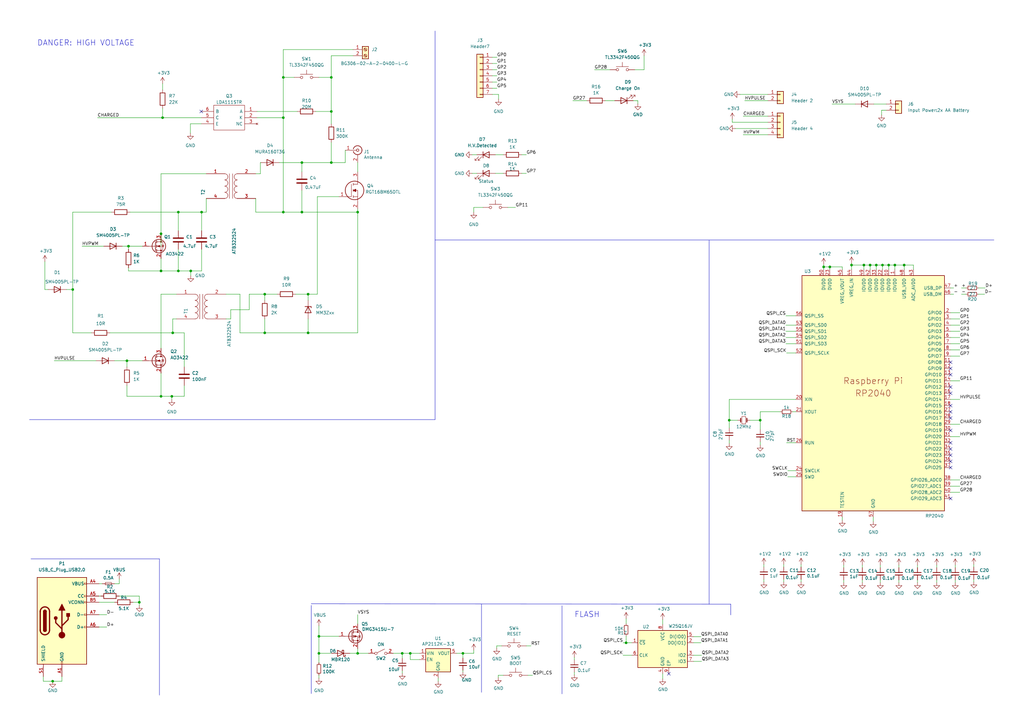
<source format=kicad_sch>
(kicad_sch (version 20230121) (generator eeschema)
  (paper "A3")
  (junction (at 168.275 267.97))
  (junction (at 126.365 136.525))
  (junction (at 123.825 86.995))
  (junction (at 299.085 172.339))
  (junction (at 311.785 172.339))
  (junction (at 73.152 86.995))
  (junction (at 66.04 162.56))
  (junction (at 66.04 95.885))
  (junction (at 116.205 86.995))
  (junction (at 337.82 109.474))
  (junction (at 146.685 86.995))
  (junction (at 135.89 31.75))
  (junction (at 359.41 108.712))
  (junction (at 189.865 267.97))
  (junction (at 70.8406 136.525))
  (junction (at 164.973 267.97))
  (junction (at 256.794 263.652))
  (junction (at 126.365 120.65))
  (junction (at 57.15 247.015))
  (junction (at 66.675 48.26))
  (junction (at 116.205 48.26))
  (junction (at 356.87 108.712))
  (junction (at 364.49 108.712))
  (junction (at 367.03 108.712))
  (junction (at 52.07 147.955))
  (junction (at 29.845 118.745))
  (junction (at 340.36 109.474))
  (junction (at 135.89 45.72))
  (junction (at 116.205 31.75))
  (junction (at 361.95 108.712))
  (junction (at 108.585 120.65))
  (junction (at 108.585 136.525))
  (junction (at 73.152 111.125))
  (junction (at 21.59 279.4))
  (junction (at 123.825 66.675))
  (junction (at 370.84 108.712))
  (junction (at 78.232 111.125))
  (junction (at 135.89 66.675))
  (junction (at 82.677 86.995))
  (junction (at 52.705 100.965))
  (junction (at 70.485 162.56))
  (junction (at 130.81 260.985))
  (junction (at 146.685 267.97))
  (junction (at 66.04 111.125))
  (junction (at 130.81 267.97))
  (junction (at 354.33 108.712))
  (junction (at 349.25 108.712))
  (no_connect (at 389.89 153.67))
  (no_connect (at 389.89 184.15))
  (no_connect (at 389.89 171.45))
  (no_connect (at 389.89 148.59))
  (no_connect (at 389.89 191.77))
  (no_connect (at 389.89 181.61))
  (no_connect (at 274.32 276.352))
  (no_connect (at 389.89 166.37))
  (no_connect (at 389.89 151.13))
  (no_connect (at 389.89 189.23))
  (no_connect (at 389.89 176.53))
  (no_connect (at 389.89 186.69))
  (no_connect (at 389.89 204.47))
  (no_connect (at 389.89 168.91))
  (no_connect (at 389.89 161.29))
  (no_connect (at 389.89 158.75))
  (no_connect (at 82.55 45.72))
  (wire (pts (xy 299.085 163.83) (xy 299.085 172.339)))
  (wire (pts (xy 284.48 268.732) (xy 287.782 268.732)))
  (wire (pts (xy 358.14 212.09) (xy 358.14 213.868)))
  (wire (pts (xy 92.71 120.65) (xy 98.425 120.65)))
  (wire (pts (xy 346.075 237.871) (xy 346.075 238.887)))
  (wire (pts (xy 361.569 45.212) (xy 361.569 47.117)))
  (wire (pts (xy 29.845 86.995) (xy 45.72 86.995)))
  (wire (pts (xy 135.89 22.86) (xy 135.89 31.75)))
  (wire (pts (xy 189.865 267.97) (xy 194.31 267.97)))
  (wire (pts (xy 116.205 31.75) (xy 116.205 48.26)))
  (wire (pts (xy 70.485 162.56) (xy 70.485 163.83)))
  (wire (pts (xy 130.81 278.13) (xy 130.81 276.86)))
  (wire (pts (xy 130.81 267.97) (xy 135.89 267.97)))
  (wire (pts (xy 354.33 110.49) (xy 354.33 108.712)))
  (wire (pts (xy 108.585 136.525) (xy 126.365 136.525)))
  (wire (pts (xy 401.32 118.11) (xy 404.114 118.11)))
  (wire (pts (xy 393.7 201.93) (xy 389.89 201.93)))
  (wire (pts (xy 57.15 244.475) (xy 57.15 247.015)))
  (wire (pts (xy 108.585 123.19) (xy 108.585 120.65)))
  (wire (pts (xy 102.235 127) (xy 102.235 120.65)))
  (polyline (pts (xy 290.83 98.552) (xy 290.83 247.777)))
  (wire (pts (xy 146.685 136.525) (xy 146.685 86.995)))
  (wire (pts (xy 123.825 66.675) (xy 135.89 66.675)))
  (wire (pts (xy 368.681 232.791) (xy 368.681 231.775)))
  (wire (pts (xy 114.554 66.675) (xy 123.825 66.675)))
  (wire (pts (xy 356.87 110.49) (xy 356.87 108.712)))
  (wire (pts (xy 73.152 86.995) (xy 73.152 94.615)))
  (wire (pts (xy 259.715 41.275) (xy 261.62 41.275)))
  (wire (pts (xy 203.2 63.5) (xy 206.375 63.5)))
  (wire (pts (xy 203.835 26.035) (xy 201.93 26.035)))
  (wire (pts (xy 19.685 118.745) (xy 18.415 118.745)))
  (wire (pts (xy 394.335 120.65) (xy 396.24 120.65)))
  (polyline (pts (xy 178.435 98.425) (xy 407.67 98.425)))
  (wire (pts (xy 307.594 172.339) (xy 311.785 172.339)))
  (wire (pts (xy 17.78 277.495) (xy 17.78 279.4)))
  (wire (pts (xy 75.565 136.525) (xy 75.565 150.495)))
  (wire (pts (xy 54.61 247.015) (xy 57.15 247.015)))
  (wire (pts (xy 393.7 179.07) (xy 389.89 179.07)))
  (wire (pts (xy 52.07 150.495) (xy 52.07 147.955)))
  (wire (pts (xy 40.64 247.015) (xy 46.99 247.015)))
  (wire (pts (xy 321.437 232.537) (xy 321.437 231.521)))
  (wire (pts (xy 264.16 28.575) (xy 264.16 22.86)))
  (wire (pts (xy 45.085 136.525) (xy 70.8406 136.525)))
  (wire (pts (xy 359.41 110.49) (xy 359.41 108.712)))
  (wire (pts (xy 299.085 172.339) (xy 302.514 172.339)))
  (wire (pts (xy 359.41 108.712) (xy 361.95 108.712)))
  (wire (pts (xy 393.7 199.39) (xy 389.89 199.39)))
  (wire (pts (xy 364.49 110.49) (xy 364.49 108.712)))
  (wire (pts (xy 284.48 271.272) (xy 287.782 271.272)))
  (wire (pts (xy 204.343 276.987) (xy 204.343 277.876)))
  (wire (pts (xy 353.695 232.791) (xy 353.695 231.775)))
  (wire (pts (xy 305.435 41.275) (xy 314.96 41.275)))
  (wire (pts (xy 70.8406 136.525) (xy 75.565 136.525)))
  (wire (pts (xy 123.825 78.105) (xy 123.825 86.995)))
  (wire (pts (xy 370.84 110.49) (xy 370.84 108.712)))
  (wire (pts (xy 130.81 256.667) (xy 130.81 260.985)))
  (wire (pts (xy 393.7 135.89) (xy 389.89 135.89)))
  (wire (pts (xy 203.835 33.655) (xy 201.93 33.655)))
  (wire (pts (xy 123.825 66.675) (xy 123.825 70.485)))
  (wire (pts (xy 384.175 232.791) (xy 384.175 231.775)))
  (wire (pts (xy 391.795 237.871) (xy 391.795 238.887)))
  (wire (pts (xy 203.835 31.115) (xy 201.93 31.115)))
  (wire (pts (xy 82.677 102.235) (xy 82.677 111.125)))
  (wire (pts (xy 82.677 86.995) (xy 84.582 86.995)))
  (wire (pts (xy 326.39 168.91) (xy 325.12 168.91)))
  (wire (pts (xy 215.9 63.5) (xy 213.995 63.5)))
  (wire (pts (xy 367.03 108.712) (xy 367.03 110.49)))
  (wire (pts (xy 299.085 181.864) (xy 299.085 180.594)))
  (wire (pts (xy 211.455 85.09) (xy 208.28 85.09)))
  (wire (pts (xy 52.705 100.965) (xy 50.165 100.965)))
  (wire (pts (xy 126.365 130.81) (xy 126.365 136.525)))
  (wire (pts (xy 193.675 71.12) (xy 195.58 71.12)))
  (wire (pts (xy 259.08 263.652) (xy 256.794 263.652)))
  (wire (pts (xy 143.51 267.97) (xy 146.685 267.97)))
  (wire (pts (xy 70.485 162.56) (xy 75.565 162.56)))
  (wire (pts (xy 256.794 260.858) (xy 256.794 263.652)))
  (wire (pts (xy 70.8406 130.81) (xy 72.39 130.81)))
  (wire (pts (xy 66.04 111.125) (xy 73.152 111.125)))
  (wire (pts (xy 29.845 118.745) (xy 27.305 118.745)))
  (wire (pts (xy 18.415 118.745) (xy 18.415 107.315)))
  (wire (pts (xy 130.81 267.97) (xy 130.81 271.78)))
  (wire (pts (xy 361.95 108.712) (xy 364.49 108.712)))
  (wire (pts (xy 393.7 146.05) (xy 389.89 146.05)))
  (wire (pts (xy 161.29 267.97) (xy 164.973 267.97)))
  (wire (pts (xy 104.902 71.247) (xy 106.807 71.247)))
  (wire (pts (xy 346.075 232.791) (xy 346.075 231.775)))
  (wire (pts (xy 321.437 237.617) (xy 321.437 238.633)))
  (wire (pts (xy 205.74 264.922) (xy 203.708 264.922)))
  (wire (pts (xy 356.87 108.712) (xy 359.41 108.712)))
  (wire (pts (xy 311.785 168.91) (xy 320.04 168.91)))
  (wire (pts (xy 391.16 118.11) (xy 389.89 118.11)))
  (wire (pts (xy 234.95 41.275) (xy 240.665 41.275)))
  (wire (pts (xy 94.615 127) (xy 102.235 127)))
  (polyline (pts (xy 230.505 248.412) (xy 230.505 284.607)))
  (wire (pts (xy 41.91 239.395) (xy 40.64 239.395)))
  (wire (pts (xy 393.7 130.81) (xy 389.89 130.81)))
  (wire (pts (xy 135.89 45.72) (xy 129.54 45.72)))
  (wire (pts (xy 73.152 111.125) (xy 78.232 111.125)))
  (wire (pts (xy 363.474 45.212) (xy 361.569 45.212)))
  (wire (pts (xy 168.275 270.51) (xy 172.085 270.51)))
  (wire (pts (xy 391.16 120.65) (xy 389.89 120.65)))
  (wire (pts (xy 393.7 128.27) (xy 389.89 128.27)))
  (wire (pts (xy 358.394 42.672) (xy 363.474 42.672)))
  (wire (pts (xy 66.04 153.035) (xy 66.04 162.56)))
  (wire (pts (xy 313.309 237.617) (xy 313.309 238.633)))
  (wire (pts (xy 394.335 118.11) (xy 396.24 118.11)))
  (wire (pts (xy 144.78 22.86) (xy 135.89 22.86)))
  (wire (pts (xy 135.89 45.72) (xy 135.89 50.8)))
  (wire (pts (xy 33.655 100.965) (xy 42.545 100.965)))
  (wire (pts (xy 203.835 23.495) (xy 201.93 23.495)))
  (wire (pts (xy 66.675 34.29) (xy 66.675 36.83)))
  (wire (pts (xy 328.549 237.617) (xy 328.549 238.633)))
  (wire (pts (xy 92.71 130.81) (xy 94.615 130.81)))
  (wire (pts (xy 108.585 120.65) (xy 113.665 120.65)))
  (wire (pts (xy 126.365 136.525) (xy 146.685 136.525)))
  (wire (pts (xy 361.95 110.49) (xy 361.95 108.712)))
  (wire (pts (xy 82.677 94.615) (xy 82.677 86.995)))
  (wire (pts (xy 326.39 163.83) (xy 299.085 163.83)))
  (wire (pts (xy 17.78 279.4) (xy 21.59 279.4)))
  (wire (pts (xy 52.705 109.855) (xy 52.705 111.125)))
  (wire (pts (xy 401.32 120.65) (xy 403.86 120.65)))
  (wire (pts (xy 135.89 31.75) (xy 135.89 45.72)))
  (wire (pts (xy 94.615 130.81) (xy 94.615 127)))
  (wire (pts (xy 121.285 120.65) (xy 126.365 120.65)))
  (wire (pts (xy 22.225 147.955) (xy 39.37 147.955)))
  (wire (pts (xy 48.895 237.49) (xy 48.895 239.395)))
  (wire (pts (xy 384.175 237.871) (xy 384.175 238.887)))
  (wire (pts (xy 326.39 193.04) (xy 323.088 193.04)))
  (wire (pts (xy 40.64 244.475) (xy 41.275 244.475)))
  (wire (pts (xy 82.677 111.125) (xy 78.232 111.125)))
  (wire (pts (xy 135.89 66.675) (xy 141.605 66.675)))
  (wire (pts (xy 393.7 143.51) (xy 389.89 143.51)))
  (wire (pts (xy 106.807 66.675) (xy 106.934 66.675)))
  (wire (pts (xy 179.705 278.13) (xy 179.705 279.4)))
  (polyline (pts (xy 65.405 285.115) (xy 65.405 229.235)))
  (wire (pts (xy 48.895 244.475) (xy 57.15 244.475)))
  (polyline (pts (xy 127.635 248.285) (xy 127.635 284.48)))
  (wire (pts (xy 168.275 267.97) (xy 172.085 267.97)))
  (wire (pts (xy 116.205 20.32) (xy 116.205 31.75)))
  (wire (pts (xy 29.845 136.525) (xy 29.845 118.745)))
  (wire (pts (xy 203.835 36.195) (xy 201.93 36.195)))
  (wire (pts (xy 303.53 38.735) (xy 314.96 38.735)))
  (wire (pts (xy 43.815 257.175) (xy 40.64 257.175)))
  (wire (pts (xy 391.795 232.791) (xy 391.795 231.775)))
  (wire (pts (xy 326.39 138.43) (xy 322.326 138.43)))
  (wire (pts (xy 393.7 138.43) (xy 389.89 138.43)))
  (wire (pts (xy 194.31 267.97) (xy 194.31 266.7)))
  (wire (pts (xy 326.39 133.35) (xy 322.326 133.35)))
  (wire (pts (xy 361.061 232.791) (xy 361.061 231.775)))
  (wire (pts (xy 204.47 38.735) (xy 204.47 40.64)))
  (wire (pts (xy 105.41 45.72) (xy 121.92 45.72)))
  (wire (pts (xy 206.375 276.987) (xy 204.343 276.987)))
  (wire (pts (xy 164.973 267.97) (xy 168.275 267.97)))
  (wire (pts (xy 256.794 255.778) (xy 256.794 253.746)))
  (wire (pts (xy 116.205 48.26) (xy 116.205 86.995)))
  (wire (pts (xy 66.04 71.247) (xy 84.582 71.247)))
  (wire (pts (xy 73.152 102.235) (xy 73.152 111.125)))
  (wire (pts (xy 345.44 212.09) (xy 345.44 213.36)))
  (wire (pts (xy 130.81 260.985) (xy 139.065 260.985)))
  (wire (pts (xy 216.535 276.987) (xy 218.44 276.987)))
  (wire (pts (xy 189.865 274.955) (xy 189.865 275.59)))
  (wire (pts (xy 146.685 85.725) (xy 146.685 86.995)))
  (wire (pts (xy 75.565 158.115) (xy 75.565 162.56)))
  (wire (pts (xy 52.07 162.56) (xy 66.04 162.56)))
  (wire (pts (xy 261.62 41.275) (xy 261.62 42.545)))
  (polyline (pts (xy 12.065 172.085) (xy 178.435 172.085)))
  (wire (pts (xy 374.65 108.712) (xy 370.84 108.712)))
  (wire (pts (xy 393.7 156.21) (xy 389.89 156.21)))
  (wire (pts (xy 301.625 52.705) (xy 314.96 52.705)))
  (wire (pts (xy 130.81 31.75) (xy 135.89 31.75)))
  (wire (pts (xy 271.78 276.352) (xy 271.78 278.384)))
  (wire (pts (xy 135.89 58.42) (xy 135.89 66.675)))
  (wire (pts (xy 376.301 232.791) (xy 376.301 231.775)))
  (wire (pts (xy 116.205 86.995) (xy 123.825 86.995)))
  (wire (pts (xy 102.235 120.65) (xy 108.585 120.65)))
  (wire (pts (xy 300.355 50.165) (xy 300.355 48.895)))
  (polyline (pts (xy 127.635 247.65) (xy 299.72 247.777)))
  (wire (pts (xy 66.04 100.965) (xy 66.04 95.885)))
  (wire (pts (xy 284.48 263.652) (xy 287.528 263.652)))
  (wire (pts (xy 203.835 28.575) (xy 201.93 28.575)))
  (wire (pts (xy 393.7 173.99) (xy 389.89 173.99)))
  (wire (pts (xy 215.9 264.922) (xy 217.805 264.922)))
  (wire (pts (xy 337.82 109.474) (xy 340.36 109.474)))
  (wire (pts (xy 168.275 270.51) (xy 168.275 267.97)))
  (wire (pts (xy 57.15 247.015) (xy 57.15 248.285)))
  (wire (pts (xy 284.48 261.112) (xy 287.528 261.112)))
  (wire (pts (xy 66.04 120.65) (xy 72.39 120.65)))
  (wire (pts (xy 326.39 129.54) (xy 322.326 129.54)))
  (wire (pts (xy 66.04 71.247) (xy 66.04 95.885)))
  (wire (pts (xy 130.81 260.985) (xy 130.81 267.97)))
  (wire (pts (xy 349.25 110.49) (xy 349.25 108.712)))
  (wire (pts (xy 259.08 268.732) (xy 255.524 268.732)))
  (wire (pts (xy 248.285 41.275) (xy 252.095 41.275)))
  (wire (pts (xy 353.695 237.871) (xy 353.695 238.887)))
  (wire (pts (xy 146.685 267.97) (xy 151.13 267.97)))
  (wire (pts (xy 104.902 86.995) (xy 116.205 86.995)))
  (wire (pts (xy 340.36 109.474) (xy 340.36 110.49)))
  (polyline (pts (xy 299.72 247.777) (xy 299.72 252.222)))
  (wire (pts (xy 46.99 239.395) (xy 48.895 239.395)))
  (wire (pts (xy 37.465 136.525) (xy 29.845 136.525)))
  (wire (pts (xy 194.31 86.995) (xy 194.31 85.09)))
  (wire (pts (xy 243.84 28.575) (xy 250.19 28.575)))
  (wire (pts (xy 43.815 252.095) (xy 40.64 252.095)))
  (wire (pts (xy 146.685 266.065) (xy 146.685 267.97)))
  (wire (pts (xy 130.175 120.65) (xy 126.365 120.65)))
  (wire (pts (xy 66.04 106.045) (xy 66.04 111.125)))
  (wire (pts (xy 66.675 44.45) (xy 66.675 48.26)))
  (wire (pts (xy 368.681 237.871) (xy 368.681 238.887)))
  (wire (pts (xy 374.65 110.49) (xy 374.65 108.712)))
  (wire (pts (xy 98.425 120.65) (xy 98.425 136.525)))
  (wire (pts (xy 139.065 80.645) (xy 130.175 80.645)))
  (wire (pts (xy 52.705 102.235) (xy 52.705 100.965)))
  (wire (pts (xy 146.685 66.675) (xy 146.685 70.485)))
  (wire (pts (xy 52.705 100.965) (xy 58.42 100.965)))
  (wire (pts (xy 299.085 172.339) (xy 299.085 175.514)))
  (wire (pts (xy 304.8 47.625) (xy 314.96 47.625)))
  (wire (pts (xy 84.582 86.995) (xy 84.582 81.407)))
  (polyline (pts (xy 178.435 12.7) (xy 178.435 172.085)))
  (wire (pts (xy 194.31 85.09) (xy 198.12 85.09)))
  (wire (pts (xy 326.39 140.97) (xy 322.326 140.97)))
  (wire (pts (xy 66.04 162.56) (xy 70.485 162.56)))
  (wire (pts (xy 256.794 263.652) (xy 255.524 263.652)))
  (wire (pts (xy 271.78 256.032) (xy 271.78 254.127)))
  (wire (pts (xy 193.675 63.5) (xy 195.58 63.5)))
  (wire (pts (xy 120.65 31.75) (xy 116.205 31.75)))
  (wire (pts (xy 66.04 120.65) (xy 66.04 142.875)))
  (wire (pts (xy 341.249 42.672) (xy 350.774 42.672)))
  (wire (pts (xy 364.49 108.712) (xy 367.03 108.712)))
  (wire (pts (xy 393.7 133.35) (xy 389.89 133.35)))
  (wire (pts (xy 82.55 50.8) (xy 78.105 50.8)))
  (wire (pts (xy 29.845 118.745) (xy 29.845 86.995)))
  (wire (pts (xy 106.807 71.247) (xy 106.807 66.675)))
  (wire (pts (xy 393.7 163.83) (xy 389.89 163.83)))
  (wire (pts (xy 215.9 71.12) (xy 213.995 71.12)))
  (wire (pts (xy 70.8406 130.81) (xy 70.8406 136.525)))
  (wire (pts (xy 52.07 147.955) (xy 46.99 147.955)))
  (wire (pts (xy 311.785 172.339) (xy 311.785 176.149)))
  (wire (pts (xy 40.005 48.26) (xy 66.675 48.26)))
  (wire (pts (xy 203.2 71.12) (xy 206.375 71.12)))
  (polyline (pts (xy 12.7 229.235) (xy 65.405 229.235)))
  (wire (pts (xy 311.785 182.499) (xy 311.785 181.229)))
  (wire (pts (xy 345.44 110.49) (xy 345.44 109.474)))
  (wire (pts (xy 189.865 267.97) (xy 189.865 269.875)))
  (wire (pts (xy 376.301 237.871) (xy 376.301 238.887)))
  (wire (pts (xy 337.82 110.49) (xy 337.82 109.474)))
  (wire (pts (xy 313.309 232.537) (xy 313.309 231.521)))
  (wire (pts (xy 326.39 195.58) (xy 323.088 195.58)))
  (wire (pts (xy 98.425 136.525) (xy 108.585 136.525)))
  (wire (pts (xy 52.07 158.115) (xy 52.07 162.56)))
  (wire (pts (xy 399.415 237.617) (xy 399.415 238.633)))
  (wire (pts (xy 399.415 232.537) (xy 399.415 231.521)))
  (wire (pts (xy 326.39 181.61) (xy 322.58 181.61)))
  (wire (pts (xy 260.35 28.575) (xy 264.16 28.575)))
  (wire (pts (xy 203.708 264.922) (xy 203.708 265.811)))
  (wire (pts (xy 52.705 111.125) (xy 66.04 111.125)))
  (wire (pts (xy 126.365 120.65) (xy 126.365 123.19)))
  (wire (pts (xy 66.675 48.26) (xy 82.55 48.26)))
  (polyline (pts (xy 197.485 247.777) (xy 197.485 283.972)))
  (wire (pts (xy 337.82 109.474) (xy 337.82 108.458)))
  (wire (pts (xy 326.39 135.89) (xy 322.326 135.89)))
  (wire (pts (xy 78.232 111.125) (xy 78.232 113.03)))
  (wire (pts (xy 78.105 50.8) (xy 78.105 54.61)))
  (wire (pts (xy 361.061 237.871) (xy 361.061 238.887)))
  (wire (pts (xy 235.585 270.637) (xy 235.585 269.621)))
  (wire (pts (xy 314.96 50.165) (xy 300.355 50.165)))
  (wire (pts (xy 25.4 279.4) (xy 21.59 279.4)))
  (wire (pts (xy 393.7 196.85) (xy 389.89 196.85)))
  (wire (pts (xy 123.825 86.995) (xy 146.685 86.995)))
  (wire (pts (xy 201.93 38.735) (xy 204.47 38.735)))
  (wire (pts (xy 108.585 136.525) (xy 108.585 130.81)))
  (wire (pts (xy 304.8 55.245) (xy 314.96 55.245)))
  (wire (pts (xy 53.34 86.995) (xy 73.152 86.995)))
  (wire (pts (xy 354.33 108.712) (xy 356.87 108.712)))
  (wire (pts (xy 349.25 108.712) (xy 354.33 108.712)))
  (wire (pts (xy 146.685 252.095) (xy 146.685 255.905)))
  (wire (pts (xy 311.785 168.91) (xy 311.785 172.339)))
  (wire (pts (xy 164.973 270.002) (xy 164.973 267.97)))
  (wire (pts (xy 141.605 61.595) (xy 141.605 66.675)))
  (wire (pts (xy 25.4 277.495) (xy 25.4 279.4)))
  (wire (pts (xy 130.175 80.645) (xy 130.175 120.65)))
  (wire (pts (xy 345.44 109.474) (xy 340.36 109.474)))
  (wire (pts (xy 349.25 108.712) (xy 349.25 107.95)))
  (wire (pts (xy 52.07 147.955) (xy 58.42 147.955)))
  (wire (pts (xy 73.152 86.995) (xy 82.677 86.995)))
  (wire (pts (xy 235.585 275.717) (xy 235.585 276.733)))
  (wire (pts (xy 105.41 48.26) (xy 116.205 48.26)))
  (wire (pts (xy 187.325 267.97) (xy 189.865 267.97)))
  (wire (pts (xy 326.39 144.78) (xy 322.58 144.78)))
  (wire (pts (xy 144.78 20.32) (xy 116.205 20.32)))
  (wire (pts (xy 164.973 275.082) (xy 164.973 276.098)))
  (wire (pts (xy 104.902 86.995) (xy 104.902 81.407)))
  (wire (pts (xy 370.84 108.712) (xy 367.03 108.712)))
  (wire (pts (xy 393.7 140.97) (xy 389.89 140.97)))
  (wire (pts (xy 328.549 232.537) (xy 328.549 231.521)))
  (text "FLASH" (at 235.585 253.492 0) (effects (font (size 2.2606 2.2606)) (justify left bottom)))
  (text "DANGER: HIGH VOLTAGE\n" (at 15.24 19.05 0) (effects (font (size 2.2606 2.2606)) (justify left bottom)))
  (label "GP3" (at 393.7 135.89 0))
  (label "VSYS" (at 341.249 42.672 0))
  (label "QSPI_CS" (at 255.524 263.652 180))
  (label "QSPI_CS" (at 218.44 276.987 0))
  (label "+" (at 391.16 118.11 0))
  (label "QSPI_DATA2" (at 287.782 268.732 0))
  (label "HVPWM" (at 393.7 179.07 0))
  (label "GP28" (at 393.7 201.93 0))
  (label "CHARGED" (at 393.7 196.85 0))
  (label "GP3" (at 203.835 31.115 0))
  (label "QSPI_DATA1" (at 287.528 263.652 0))
  (label "GP11" (at 393.7 156.21 0))
  (label "GP27" (at 393.7 199.39 0))
  (label "QSPI_SCK" (at 322.58 144.78 180))
  (label "SWCLK" (at 323.088 193.04 180))
  (label "GP5" (at 203.835 36.195 0))
  (label "GP6" (at 215.9 63.5 0))
  (label "RST" (at 217.805 264.922 0))
  (label "VSYS" (at 146.685 252.095 0))
  (label "QSPI_DATA3" (at 322.326 140.97 180))
  (label "SWDIO" (at 323.088 195.58 180))
  (label "QSPI_SCK" (at 255.524 268.732 180))
  (label "GP2" (at 203.835 28.575 0))
  (label "GP7" (at 215.9 71.12 0))
  (label "GP7" (at 393.7 146.05 0))
  (label "RST" (at 322.58 181.61 0))
  (label "CHARGED" (at 40.005 48.26 0))
  (label "GP2" (at 393.7 133.35 0))
  (label "-" (at 391.16 120.65 0))
  (label "D-" (at 43.815 252.095 0))
  (label "-" (at 394.335 120.65 0))
  (label "CHARGED" (at 304.8 47.625 0))
  (label "CHARGED" (at 393.7 173.99 0))
  (label "QSPI_CS" (at 322.326 129.54 180))
  (label "QSPI_DATA0" (at 322.326 133.35 180))
  (label "D+" (at 43.815 257.175 0))
  (label "GP11" (at 211.455 85.09 0))
  (label "QSPI_DATA0" (at 287.528 261.112 0))
  (label "GP4" (at 393.7 138.43 0))
  (label "HVPWM" (at 304.8 55.245 0))
  (label "HVPULSE" (at 305.435 41.275 0))
  (label "GP0" (at 203.835 23.495 0))
  (label "QSPI_DATA3" (at 287.782 271.272 0))
  (label "GP4" (at 203.835 33.655 0))
  (label "GP0" (at 393.7 128.27 0))
  (label "HVPWM" (at 33.655 100.965 0))
  (label "GP1" (at 393.7 130.81 0))
  (label "QSPI_DATA2" (at 322.326 138.43 180))
  (label "QSPI_DATA1" (at 322.326 135.89 180))
  (label "HVPULSE" (at 22.225 147.955 0))
  (label "GP1" (at 203.835 26.035 0))
  (label "GP28" (at 243.84 28.575 0))
  (label "GP5" (at 393.7 140.97 0))
  (label "D+" (at 404.114 118.11 0))
  (label "GP27" (at 234.95 41.275 0))
  (label "HVPULSE" (at 393.7 163.83 0))
  (label "+" (at 394.335 118.11 0))
  (label "GP6" (at 393.7 143.51 0))
  (label "D-" (at 403.86 120.65 0))
  (symbol (lib_id "Device:R_Small") (at 256.794 258.318 0) (unit 1)
    (property "Reference" "R17" (at 253.238 259.588 0) (effects (justify left)))
    (property "Value" "10K" (at 251.968 257.81 0) (effects (justify left)))
    (property "Footprint" "Resistor_SMD:R_0603_1608Metric" (effects hide))
    (property "Datasheet" "https://datasheet.lcsc.com/lcsc/1811081617_YAGEO-RC0603JR-0710KL_C99198.pdf" (effects hide))
    (property "LCSC#" "C99198" (effects hide))
    (property "Proveedor" "LCSC" (effects hide))
  )
  (symbol (lib_id "Diode:MBR340") (at 139.7 267.97 180) (unit 1)
    (property "Reference" "D6" (at 136.525 266.954 0))
    (property "Value" "MBR120" (at 139.7 270.51 0))
    (property "Footprint" "Diode_SMD:D_SOD-123" (effects hide))
    (property "Datasheet" "http://www.onsemi.com/pub_link/Collateral/MBR340-D.PDF" (effects hide))
    (property "LCSC#" "C130880" (effects hide))
    (property "Proveedor" "LCSC" (effects hide))
  )
  (symbol (lib_id "power:GND") (at 78.232 113.03 0) (unit 1)
    (property "Reference" "#PWR08" (effects hide))
    (property "Value" "GND" (at 82.042 113.03 0))
  )
  (symbol (lib_id "power:GND") (at 358.14 213.868 0) (unit 1)
    (property "Reference" "#PWR050" (effects hide))
    (property "Value" "GND" (at 358.267 218.2622 0))
  )
  (symbol (lib_name "GND_1") (lib_id "power:GND") (at 130.81 278.13 0) (unit 1)
    (property "Reference" "#PWR010" (effects hide))
    (property "Value" "GND" (at 130.81 283.21 0))
  )
  (symbol (lib_id "power:GND") (at 204.47 40.64 0) (unit 1)
    (property "Reference" "#PWR020" (effects hide))
    (property "Value" "GND" (at 204.47 45.72 0))
  )
  (symbol (lib_id "power:GND") (at 78.105 54.61 0) (unit 1)
    (property "Reference" "#PWR07" (effects hide))
    (property "Value" "GND" (at 78.105 59.69 0))
  )
  (symbol (lib_id "power:GND") (at 345.44 213.36 0) (unit 1)
    (property "Reference" "#PWR043" (effects hide))
    (property "Value" "GND" (at 345.567 217.7542 0))
  )
  (symbol (lib_id "Device:C_Small") (at 353.695 235.331 0) (unit 1)
    (property "Reference" "C14" (at 356.0318 234.1626 0) (effects (justify left)))
    (property "Value" "0.1uF" (at 354.711 237.109 0) (effects (justify left)))
    (property "Footprint" "Capacitor_SMD:C_0402_1005Metric" (effects hide))
    (property "Datasheet" "https://www.mouser.mx/datasheet/2/447/UPY_NP0X5R_01005_4V_to_25V_V10-3003057.pdf" (effects hide))
    (property "Manf#" "CC0402ZRY5V7BB104" (effects hide))
    (property "Proveedor" "MOUSER" (effects hide))
  )
  (symbol (lib_id "PicoWAN-rescue:RP2040-MCU_RaspberryPi_and_Boards-PicoWAN-rescue-PicoWAN-rescue") (at 358.14 161.29 0) (unit 1)
    (property "Reference" "U3" (at 331.216 111.252 0))
    (property "Value" "RP2040" (at 383.286 211.582 0))
    (property "Footprint" "BuggyCat:RP2040-QFN-56" (effects hide))
    (property "Datasheet" "https://www.mouser.mx/datasheet/2/630/hardware_design_with_rp2040-2904726.pdf" (effects hide))
    (property "Manf#" "RPI Chip RP2040-7-500" (effects hide))
    (property "Proveedor" "MOUSER" (effects hide))
  )
  (symbol (lib_id "Device:R") (at 41.275 136.525 90) (unit 1)
    (property "Reference" "R1" (at 41.275 129.54 90))
    (property "Value" "10R" (at 41.275 132.715 90))
    (property "Footprint" "Resistor_SMD:R_0603_1608Metric" (effects hide))
    (property "Datasheet" "https://www.mouser.mx/datasheet/2/447/PYu_RC_Group_51_RoHS_L_11-1984063.pdf" (effects hide))
    (property "Manf#" "RC0603FR-0710RL" (effects hide))
    (property "Proveedor" "MOUSER" (effects hide))
  )
  (symbol (lib_id "Device:R") (at 45.085 244.475 90) (unit 1)
    (property "Reference" "R2" (at 45.085 240.665 90))
    (property "Value" "5.1K" (at 45.085 242.57 90))
    (property "Footprint" "Resistor_SMD:R_0603_1608Metric" (effects hide))
    (property "Datasheet" "https://www.mouser.mx/datasheet/2/427/crcwce3-1762584.pdf" (effects hide))
    (property "Manf#" "CRCW06035K10FKEAC" (effects hide))
    (property "Proveedor" "MOUSER" (effects hide))
  )
  (symbol (lib_id "Device:C_Small") (at 164.973 272.542 0) (unit 1)
    (property "Reference" "C5" (at 160.782 270.891 0) (effects (justify left)))
    (property "Value" "10uF" (at 159.258 274.574 0) (effects (justify left)))
    (property "Footprint" "Capacitor_SMD:C_0402_1005Metric" (effects hide))
    (property "Datasheet" "https://www.mouser.mx/datasheet/2/585/MLCC-1837944.pdf" (effects hide))
    (property "Manf#" "CL05A106MQ5NUNC" (effects hide))
    (property "Proveedor" "MOUSER" (effects hide))
  )
  (symbol (lib_id "Switch:SW_Push") (at 125.73 31.75 0) (unit 1)
    (property "Reference" "SW1" (at 125.73 24.13 0))
    (property "Value" "TL3342F450QG" (at 125.73 26.67 0))
    (property "Footprint" "Button_Switch_SMD:SW_SPST_TL3342" (effects hide))
    (property "Datasheet" "https://www.mouser.mx/datasheet/2/140/ESwitch_2623_TL3301-3103205.pdf" (effects hide))
    (property "Manf#" "TL3342F450QG" (effects hide))
    (property "Proveedor" "MOUSER" (effects hide))
  )
  (symbol (lib_id "Connector_Generic:Conn_01x07") (at 196.85 31.115 0) (mirror y) (unit 1)
    (property "Reference" "J3" (at 196.85 16.51 0))
    (property "Value" "Header7" (at 196.85 19.05 0))
    (property "Footprint" "Connector_PinHeader_2.54mm:PinHeader_1x07_P2.54mm_Vertical" (effects hide))
  )
  (symbol (lib_id "power:+1V2") (at 313.309 231.521 0) (unit 1)
    (property "Reference" "#PWR033" (effects hide))
    (property "Value" "+1V2" (at 313.69 227.1268 0))
  )
  (symbol (lib_id "power:GND") (at 21.59 279.4 0) (unit 1)
    (property "Reference" "#PWR02" (effects hide))
    (property "Value" "GND" (at 21.59 283.21 0))
  )
  (symbol (lib_id "Switch:SW_Push") (at 211.455 276.987 0) (unit 1)
    (property "Reference" "SW5" (at 211.455 269.748 0))
    (property "Value" "BOOT" (at 211.455 272.0594 0))
    (property "Footprint" "Button_Switch_SMD:SW_SPST_TL3342" (effects hide))
    (property "Datasheet" "https://www.mouser.mx/datasheet/2/140/TL3342-2065746.pdf" (effects hide))
    (property "Manf#" "TL3342F450QG" (effects hide))
    (property "Proveedor" "MOUSER" (effects hide))
  )
  (symbol (lib_id "Device:R") (at 50.8 247.015 90) (unit 1)
    (property "Reference" "R4" (at 50.8 245.11 90))
    (property "Value" "5.1K" (at 50.8 249.555 90))
    (property "Footprint" "Resistor_SMD:R_0603_1608Metric" (effects hide))
    (property "Datasheet" "https://www.mouser.mx/datasheet/2/427/crcwce3-1762584.pdf" (effects hide))
    (property "Manf#" "CRCW06035K10FKEAC" (effects hide))
    (property "Proveedor" "MOUSER" (effects hide))
  )
  (symbol (lib_id "Device:R") (at 125.73 45.72 90) (unit 1)
    (property "Reference" "R10" (at 125.73 41.275 90))
    (property "Value" "20M" (at 125.73 43.815 90))
    (property "Footprint" "Resistor_SMD:R_2010_5025Metric" (effects hide))
    (property "Datasheet" "https://www.mouser.mx/datasheet/2/427/crma-1765222.pdf" (effects hide))
    (property "Manf#" "CRMA2010AF20M0FKEF" (effects hide))
    (property "Proveedor" "MOUSER" (effects hide))
  )
  (symbol (lib_id "power:GND") (at 193.675 71.12 270) (unit 1)
    (property "Reference" "#PWR016" (effects hide))
    (property "Value" "GND" (at 190.5 71.12 90) (effects (justify right)))
  )
  (symbol (lib_id "power:+1V2") (at 328.549 231.521 0) (unit 1)
    (property "Reference" "#PWR038" (effects hide))
    (property "Value" "+1V2" (at 328.93 227.1268 0))
  )
  (symbol (lib_id "Device:C") (at 75.565 154.305 0) (unit 1)
    (property "Reference" "C2" (at 78.74 153.0349 0) (effects (justify left)))
    (property "Value" "100nF" (at 78.74 155.5749 0) (effects (justify left)))
    (property "Footprint" "Capacitor_SMD:C_0603_1608Metric" (effects hide))
    (property "Datasheet" "https://www.mouser.mx/datasheet/2/212/KEM_C1002_X7R_SMD-1102033.pdf" (effects hide))
    (property "Manf#" "C0603C104K5RACTU" (effects hide))
    (property "Proveedor" "MOUSER" (effects hide))
  )
  (symbol (lib_id "power:+3V3") (at 300.355 48.895 0) (unit 1)
    (property "Reference" "#PWR023" (effects hide))
    (property "Value" "+3V3" (at 300.736 44.5008 0))
  )
  (symbol (lib_id "Device:R_Small") (at 398.78 120.65 270) (unit 1)
    (property "Reference" "R20" (at 398.78 122.682 90))
    (property "Value" "27" (at 398.78 120.65 90))
    (property "Footprint" "Resistor_SMD:R_0603_1608Metric" (effects hide))
    (property "Datasheet" "https://www.mouser.mx/datasheet/2/315/AOA0000C301-1488782.pdf" (effects hide))
    (property "Manf#" "ERJ-3GEYJ270V" (effects hide))
    (property "Proveedor" "MOUSER" (effects hide))
  )
  (symbol (lib_id "Device:R") (at 108.585 127 0) (unit 1)
    (property "Reference" "R8" (at 111.125 125.7299 0) (effects (justify left)))
    (property "Value" "2K" (at 111.125 128.2699 0) (effects (justify left)))
    (property "Footprint" "Resistor_SMD:R_0805_2012Metric" (effects hide))
    (property "Datasheet" "https://www.mouser.mx/datasheet/2/447/PYu_RC_Group_51_RoHS_L_11-1984063.pdf" (effects hide))
    (property "Manf#" "RC0805FR-072KL" (effects hide))
    (property "Proveedor" "MOUSER" (effects hide))
  )
  (symbol (lib_id "power:GND") (at 164.973 276.098 0) (unit 1)
    (property "Reference" "#PWR011" (effects hide))
    (property "Value" "GND" (at 165.1 280.4922 0))
  )
  (symbol (lib_id "power:GND") (at 313.309 238.633 0) (unit 1)
    (property "Reference" "#PWR034" (effects hide))
    (property "Value" "GND" (at 313.436 243.0272 0))
  )
  (symbol (lib_id "power:GND") (at 193.675 63.5 270) (unit 1)
    (property "Reference" "#PWR015" (effects hide))
    (property "Value" "GND" (at 190.5 63.5 90) (effects (justify right)))
  )
  (symbol (lib_id "power:+3V3") (at 376.301 231.775 0) (unit 1)
    (property "Reference" "#PWR053" (effects hide))
    (property "Value" "+3V3" (at 376.682 227.3808 0))
  )
  (symbol (lib_id "Device:R") (at 135.89 54.61 0) (unit 1)
    (property "Reference" "R11" (at 137.795 53.3399 0) (effects (justify left)))
    (property "Value" "300K" (at 137.795 55.8799 0) (effects (justify left)))
    (property "Footprint" "BuggyCat:RESC6432X120N" (effects hide))
    (property "Datasheet" "https://www.mouser.mx/datasheet/2/418/5/ENG_DS_9_1773463_7_G-1113509.pdf" (effects hide))
    (property "Manf#" "3522300KFT" (effects hide))
    (property "Proveedor" "MOUSER" (effects hide))
  )
  (symbol (lib_id "power:+3V3") (at 18.415 107.315 0) (unit 1)
    (property "Reference" "#PWR01" (effects hide))
    (property "Value" "+3V3" (at 18.796 102.9208 0))
  )
  (symbol (lib_id "Device:LED") (at 199.39 63.5 0) (unit 1)
    (property "Reference" "D7" (at 197.8025 57.15 0))
    (property "Value" "H.V.Detected" (at 197.8025 59.69 0))
    (property "Footprint" "LED_SMD:LED_0603_1608Metric" (effects hide))
    (property "Datasheet" "https://www.mouser.mx/ProductDetail/Kingbright/APT1608SECK?qs=SxaZfIVsCL3ll9vpt7nTCw%3D%3D" (effects hide))
    (property "Manf#" "APT1608SECK" (effects hide))
    (property "Proveedor" "MOUSER" (effects hide))
  )
  (symbol (lib_id "Device:Fuse_Small") (at 44.45 239.395 0) (unit 1)
    (property "Reference" "F1" (at 44.45 234.696 0))
    (property "Value" "0.5A" (at 44.45 237.0074 0))
    (property "Footprint" "Fuse:Fuse_0805_2012Metric" (effects hide))
    (property "Datasheet" "https://www.mouser.mx/datasheet/2/427/mfuserie-1762582.pdf" (effects hide))
    (property "LCSC#" "-" (effects hide))
    (property "Manf#" "MFU0805FF00500P100" (effects hide))
    (property "Proveedor" "MOUSER" (effects hide))
  )
  (symbol (lib_id "Transistor_FET:AO3400A") (at 63.5 100.965 0) (unit 1)
    (property "Reference" "Q1" (at 67.31 97.155 0) (effects (justify left)))
    (property "Value" "AO3422" (at 67.945 104.14 0) (effects (justify left)))
    (property "Footprint" "Package_TO_SOT_SMD:SOT-23" (effects hide))
    (property "Datasheet" "http://www.aosmd.com/pdfs/datasheet/AO3400A.pdf" (effects hide))
    (property "Manf#" "AO3422 " (effects hide))
    (property "Proveedor" "Digikey" (effects hide))
  )
  (symbol (lib_id "power:VBUS") (at 130.81 256.667 0) (unit 1)
    (property "Reference" "#PWR09" (effects hide))
    (property "Value" "VBUS" (at 131.191 252.2728 0))
  )
  (symbol (lib_id "Device:C_Small") (at 313.309 235.077 0) (unit 1)
    (property "Reference" "C9" (at 315.6458 233.9086 0) (effects (justify left)))
    (property "Value" "1uF" (at 315.6458 236.22 0) (effects (justify left)))
    (property "Footprint" "Capacitor_SMD:C_0603_1608Metric" (effects hide))
    (property "Datasheet" "https://www.mouser.mx/datasheet/2/585/MLCC-1837944.pdf" (effects hide))
    (property "Manf#" "CL10A105KP8NNNC" (effects hide))
    (property "Proveedor" "MOUSER" (effects hide))
  )
  (symbol (lib_id "Device:R") (at 210.185 71.12 90) (unit 1)
    (property "Reference" "R14" (at 210.185 67.31 90))
    (property "Value" "1K" (at 210.185 69.215 90))
    (property "Footprint" "Resistor_SMD:R_0603_1608Metric" (effects hide))
    (property "Datasheet" "https://www.mouser.mx/datasheet/2/447/PYu_RC_Group_51_RoHS_L_11-1984063.pdf" (effects hide))
    (property "Manf#" "RC0603FR-071KL" (effects hide))
    (property "Proveedor" "MOUSER" (effects hide))
  )
  (symbol (lib_id "power:GND") (at 399.415 238.633 0) (unit 1)
    (property "Reference" "#PWR060" (effects hide))
    (property "Value" "GND" (at 399.542 243.0272 0))
  )
  (symbol (lib_id "power:GND") (at 271.78 278.384 0) (unit 1)
    (property "Reference" "#PWR028" (effects hide))
    (property "Value" "GND" (at 271.907 282.7782 0))
  )
  (symbol (lib_id "Device:R") (at 52.07 154.305 0) (unit 1)
    (property "Reference" "R5" (at 54.61 153.0349 0) (effects (justify left)))
    (property "Value" "1K" (at 54.61 155.5749 0) (effects (justify left)))
    (property "Footprint" "Resistor_SMD:R_0603_1608Metric" (effects hide))
    (property "Datasheet" "https://www.mouser.mx/datasheet/2/447/PYu_RC_Group_51_RoHS_L_11-1984063.pdf" (effects hide))
    (property "Manf#" "RC0603FR-071KL" (effects hide))
    (property "Proveedor" "MOUSER" (effects hide))
  )
  (symbol (lib_id "Device:LED") (at 199.39 71.12 0) (unit 1)
    (property "Reference" "D8" (at 199.39 67.945 0))
    (property "Value" "Status" (at 199.39 74.295 0))
    (property "Footprint" "LED_SMD:LED_0603_1608Metric" (effects hide))
    (property "Datasheet" "https://www.mouser.mx/datasheet/2/216/APT1608CGCK-24002.pdf" (effects hide))
    (property "Manf#" "APT1608CGCK" (effects hide))
    (property "Proveedor" "MOUSER" (effects hide))
  )
  (symbol (lib_id "power:GND") (at 194.31 86.995 0) (unit 1)
    (property "Reference" "#PWR017" (effects hide))
    (property "Value" "GND" (at 194.31 92.075 0))
  )
  (symbol (lib_id "power:+3V3") (at 391.795 231.775 0) (unit 1)
    (property "Reference" "#PWR057" (effects hide))
    (property "Value" "+3V3" (at 392.176 227.3808 0))
  )
  (symbol (lib_id "power:GND") (at 235.585 276.733 0) (unit 1)
    (property "Reference" "#PWR022" (effects hide))
    (property "Value" "GND" (at 235.712 281.1272 0))
  )
  (symbol (lib_id "power:GND") (at 179.705 279.4 0) (unit 1)
    (property "Reference" "#PWR012" (effects hide))
    (property "Value" "GND" (at 179.832 283.7942 0))
  )
  (symbol (lib_id "power:GND") (at 299.085 181.864 0) (unit 1)
    (property "Reference" "#PWR031" (effects hide))
    (property "Value" "GND" (at 299.212 186.2582 0))
  )
  (symbol (lib_id "power:+3V3") (at 349.25 107.95 0) (unit 1)
    (property "Reference" "#PWR044" (effects hide))
    (property "Value" "+3V3" (at 349.631 103.5558 0))
  )
  (symbol (lib_id "power:GND") (at 361.569 47.117 0) (unit 1)
    (property "Reference" "#PWR049" (effects hide))
    (property "Value" "GND" (at 361.569 51.562 0))
  )
  (symbol (lib_id "power:+3V3") (at 346.075 231.775 0) (unit 1)
    (property "Reference" "#PWR041" (effects hide))
    (property "Value" "+3V3" (at 346.456 227.3808 0))
  )
  (symbol (lib_id "power:GND") (at 328.549 238.633 0) (unit 1)
    (property "Reference" "#PWR039" (effects hide))
    (property "Value" "GND" (at 328.676 243.0272 0))
  )
  (symbol (lib_id "power:GND") (at 303.53 38.735 270) (unit 1)
    (property "Reference" "#PWR032" (effects hide))
    (property "Value" "GND" (at 300.99 38.7349 90) (effects (justify right)))
  )
  (symbol (lib_id "Device:C_Small") (at 346.075 235.331 0) (unit 1)
    (property "Reference" "C13" (at 348.4118 234.1626 0) (effects (justify left)))
    (property "Value" "1uF" (at 348.4118 236.474 0) (effects (justify left)))
    (property "Footprint" "Capacitor_SMD:C_0603_1608Metric" (effects hide))
    (property "Datasheet" "https://www.mouser.mx/datasheet/2/585/MLCC-1837944.pdf" (effects hide))
    (property "Manf#" "CL10A105KP8NNNC" (effects hide))
    (property "Proveedor" "MOUSER" (effects hide))
  )
  (symbol (lib_id "Device:C_Small") (at 321.437 235.077 0) (unit 1)
    (property "Reference" "C11" (at 323.7738 233.9086 0) (effects (justify left)))
    (property "Value" "0.1uF" (at 322.199 236.855 0) (effects (justify left)))
    (property "Footprint" "Capacitor_SMD:C_0402_1005Metric" (effects hide))
    (property "Datasheet" "https://www.mouser.mx/datasheet/2/447/UPY_NP0X5R_01005_4V_to_25V_V10-3003057.pdf" (effects hide))
    (property "Manf#" "CC0402ZRY5V7BB104" (effects hide))
    (property "Proveedor" "MOUSER" (effects hide))
  )
  (symbol (lib_id "Device:C_Small") (at 299.085 178.054 0) (unit 1)
    (property "Reference" "C8" (at 293.2684 178.054 90))
    (property "Value" "27pF" (at 295.5798 178.054 90))
    (property "Footprint" "Capacitor_SMD:C_0603_1608Metric" (effects hide))
    (property "Datasheet" "https://www.mouser.mx/datasheet/2/212/KEM_C1003_C0G_SMD-1101588.pdf" (effects hide))
    (property "Manf#" "C0603C270J5GAC7411" (effects hide))
    (property "Proveedor" "MOUSER" (effects hide))
  )
  (symbol (lib_id "power:+3V3") (at 384.175 231.775 0) (unit 1)
    (property "Reference" "#PWR055" (effects hide))
    (property "Value" "+3V3" (at 384.556 227.3808 0))
  )
  (symbol (lib_id "power:+3V3") (at 194.31 266.7 0) (unit 1)
    (property "Reference" "#PWR014" (effects hide))
    (property "Value" "+3V3" (at 194.691 262.3058 0))
  )
  (symbol (lib_id "Device:Transformer_1P_1S") (at 94.742 76.327 0) (mirror x) (unit 1)
    (property "Reference" "T2" (at 83.312 77.597 90) (effects (justify left)))
    (property "Value" "ATB322524" (at 96.012 93.472 90) (effects (justify left)))
    (property "Footprint" "BuggyCat:ATB3225240110T000" (effects hide))
    (property "Manf#" "ATB322524-0110-T000" (effects hide))
    (property "Proveedor" "MOUSER" (effects hide))
  )
  (symbol (lib_id "IRLML0060TRPBF:IRLML0060TRPBF") (at 139.065 80.645 0) (unit 1)
    (property "Reference" "Q4" (at 150.495 76.2 0) (effects (justify left)))
    (property "Value" "RGT16BM65DTL" (at 149.86 78.74 0) (effects (justify left)))
    (property "Footprint" "Package_TO_SOT_SMD:TO-252-3_TabPin2" (effects hide))
    (property "Datasheet" "https://fscdn.rohm.com/en/products/databook/datasheet/discrete/igbt/rgt16nl65d-e.pdf" (effects hide))
    (property "Manf#" "RGT16NL65DGTL" (effects hide))
    (property "Proveedor" "MOUSER" (effects hide))
  )
  (symbol (lib_id "power:+3V3") (at 256.794 253.746 0) (unit 1)
    (property "Reference" "#PWR024" (effects hide))
    (property "Value" "+3V3" (at 257.175 249.3518 0))
  )
  (symbol (lib_id "power:GND") (at 204.343 277.876 0) (unit 1)
    (property "Reference" "#PWR019" (effects hide))
    (property "Value" "GND" (at 204.47 282.2702 0))
  )
  (symbol (lib_id "Device:C_Small") (at 391.795 235.331 0) (unit 1)
    (property "Reference" "C19" (at 394.1318 234.1626 0) (effects (justify left)))
    (property "Value" "0.1uF" (at 392.811 237.109 0) (effects (justify left)))
    (property "Footprint" "Capacitor_SMD:C_0402_1005Metric" (effects hide))
    (property "Datasheet" "https://www.mouser.mx/datasheet/2/447/UPY_NP0X5R_01005_4V_to_25V_V10-3003057.pdf" (effects hide))
    (property "Manf#" "CC0402ZRY5V7BB104" (effects hide))
    (property "Proveedor" "MOUSER" (effects hide))
  )
  (symbol (lib_id "Device:C_Small") (at 361.061 235.331 0) (unit 1)
    (property "Reference" "C15" (at 363.3978 234.1626 0) (effects (justify left)))
    (property "Value" "0.1uF" (at 361.823 237.109 0) (effects (justify left)))
    (property "Footprint" "Capacitor_SMD:C_0402_1005Metric" (effects hide))
    (property "Datasheet" "https://www.mouser.mx/datasheet/2/447/UPY_NP0X5R_01005_4V_to_25V_V10-3003057.pdf" (effects hide))
    (property "Manf#" "CC0402ZRY5V7BB104" (effects hide))
    (property "Proveedor" "MOUSER" (effects hide))
  )
  (symbol (lib_id "Device:C_Small") (at 399.415 235.077 0) (unit 1)
    (property "Reference" "C20" (at 401.7518 233.9086 0) (effects (justify left)))
    (property "Value" "0.1uF" (at 400.685 236.855 0) (effects (justify left)))
    (property "Footprint" "Capacitor_SMD:C_0402_1005Metric" (effects hide))
    (property "Datasheet" "https://www.mouser.mx/datasheet/2/447/UPY_NP0X5R_01005_4V_to_25V_V10-3003057.pdf" (effects hide))
    (property "Manf#" "CC0402ZRY5V7BB104" (effects hide))
    (property "Proveedor" "MOUSER" (effects hide))
  )
  (symbol (lib_id "power:+3V3") (at 66.675 34.29 0) (unit 1)
    (property "Reference" "#PWR05" (effects hide))
    (property "Value" "+3V3" (at 67.056 29.8958 0))
  )
  (symbol (lib_id "Device:C") (at 123.825 74.295 0) (unit 1)
    (property "Reference" "C4" (at 127 73.025 0) (effects (justify left)))
    (property "Value" "0.47uF" (at 125.095 76.835 0) (effects (justify left)))
    (property "Footprint" "BuggyCat:CAPC6153X500N" (effects hide))
    (property "Datasheet" "https://product.tdk.com/system/files/dam/doc/product/capacitor/ceramic/mlcc/catalog/mlcc_automotive_soft_en.pdf" (effects hide))
    (property "Manf#" "KRM55TR72J474MH01K" (effects hide))
    (property "Proveedor" "MOUSER" (effects hide))
  )
  (symbol (lib_id "power:GND") (at 384.175 238.887 0) (unit 1)
    (property "Reference" "#PWR056" (effects hide))
    (property "Value" "GND" (at 384.302 243.2812 0))
  )
  (symbol (lib_id "power:+1V2") (at 337.82 108.458 0) (unit 1)
    (property "Reference" "#PWR040" (effects hide))
    (property "Value" "+1V2" (at 338.201 104.0638 0))
  )
  (symbol (lib_id "Device:C_Small") (at 368.681 235.331 0) (unit 1)
    (property "Reference" "C16" (at 371.0178 234.1626 0) (effects (justify left)))
    (property "Value" "0.1uF" (at 369.697 237.109 0) (effects (justify left)))
    (property "Footprint" "Capacitor_SMD:C_0402_1005Metric" (effects hide))
    (property "Datasheet" "https://www.mouser.mx/datasheet/2/447/UPY_NP0X5R_01005_4V_to_25V_V10-3003057.pdf" (effects hide))
    (property "Manf#" "CC0402ZRY5V7BB104" (effects hide))
    (property "Proveedor" "MOUSER" (effects hide))
  )
  (symbol (lib_id "Connector_Generic:Conn_01x02") (at 320.04 38.735 0) (unit 1)
    (property "Reference" "J4" (at 324.485 38.7349 0) (effects (justify left)))
    (property "Value" "Header 2" (at 324.485 41.2749 0) (effects (justify left)))
    (property "Footprint" "Connector_PinHeader_2.54mm:PinHeader_1x02_P2.54mm_Vertical" (effects hide))
  )
  (symbol (lib_id "Device:C_Small") (at 311.785 178.689 0) (unit 1)
    (property "Reference" "C10" (at 314.833 178.689 90))
    (property "Value" "27pF" (at 316.611 178.689 90))
    (property "Footprint" "Capacitor_SMD:C_0603_1608Metric" (effects hide))
    (property "Datasheet" "https://www.mouser.mx/datasheet/2/212/KEM_C1003_C0G_SMD-1101588.pdf" (effects hide))
    (property "Manf#" "C0603C270J5GAC7411" (effects hide))
    (property "Proveedor" "MOUSER" (effects hide))
  )
  (symbol (lib_id "Diode:SM4005") (at 354.584 42.672 0) (unit 1)
    (property "Reference" "D10" (at 354.584 36.322 0))
    (property "Value" "SM4005PL-TP" (at 354.584 38.862 0))
    (property "Footprint" "Diode_SMD:D_SOD-123F" (effects hide))
    (property "Datasheet" "https://www.mouser.mx/datasheet/2/258/SM4001PL_SM4007PL_SOD_123FL_-2511365.pdf" (effects hide))
    (property "Manf#" "SM4005PL-TP" (effects hide))
    (property "Proveedor" "MOUSER" (effects hide))
  )
  (symbol (lib_id "power:GND") (at 321.437 238.633 0) (unit 1)
    (property "Reference" "#PWR037" (effects hide))
    (property "Value" "GND" (at 321.564 243.0272 0))
  )
  (symbol (lib_id "power:GND") (at 311.785 182.499 0) (unit 1)
    (property "Reference" "#PWR035" (effects hide))
    (property "Value" "GND" (at 311.912 186.8932 0))
  )
  (symbol (lib_id "Device:R_Small") (at 398.78 118.11 270) (unit 1)
    (property "Reference" "R19" (at 399.034 116.332 90))
    (property "Value" "27" (at 399.034 118.11 90))
    (property "Footprint" "Resistor_SMD:R_0603_1608Metric" (effects hide))
    (property "Datasheet" "https://www.mouser.mx/datasheet/2/315/AOA0000C301-1488782.pdf" (effects hide))
    (property "Manf#" "ERJ-3GEYJ270V" (effects hide))
    (property "Proveedor" "MOUSER" (effects hide))
  )
  (symbol (lib_id "Switch:SW_Push") (at 255.27 28.575 0) (unit 1)
    (property "Reference" "SW6" (at 255.27 20.955 0))
    (property "Value" "TL3342F450QG" (at 255.27 23.495 0))
    (property "Footprint" "Button_Switch_SMD:SW_SPST_TL3342" (effects hide))
    (property "Datasheet" "https://www.mouser.mx/datasheet/2/240/ksc7-3050369.pdf" (effects hide))
    (property "Manf#" "TL3342F450QG" (effects hide))
    (property "Proveedor" "MOUSER" (effects hide))
  )
  (symbol (lib_id "Diode:SM4005") (at 110.744 66.675 180) (unit 1)
    (property "Reference" "D4" (at 110.744 59.69 0))
    (property "Value" "MURA160T3G" (at 110.744 62.23 0))
    (property "Footprint" "Diode_SMD:D_SMA" (effects hide))
    (property "Datasheet" "https://www.diodes.com/assets/Datasheets/ds16008.pdf" (effects hide))
    (property "Manf#" "US1J-13-F" (effects hide))
    (property "Proveedor" "MOUSER" (effects hide))
  )
  (symbol (lib_id "power:GND") (at 391.795 238.887 0) (unit 1)
    (property "Reference" "#PWR058" (effects hide))
    (property "Value" "GND" (at 391.922 243.2812 0))
  )
  (symbol (lib_id "power:GND") (at 376.301 238.887 0) (unit 1)
    (property "Reference" "#PWR054" (effects hide))
    (property "Value" "GND" (at 376.428 243.2812 0))
  )
  (symbol (lib_id "power:+3V3") (at 235.585 269.621 0) (unit 1)
    (property "Reference" "#PWR021" (effects hide))
    (property "Value" "+3V3" (at 235.966 265.2268 0))
  )
  (symbol (lib_id "power:GND") (at 361.061 238.887 0) (unit 1)
    (property "Reference" "#PWR048" (effects hide))
    (property "Value" "GND" (at 361.188 243.2812 0))
  )
  (symbol (lib_id "Device:C_Small") (at 328.549 235.077 0) (unit 1)
    (property "Reference" "C12" (at 330.8858 233.9086 0) (effects (justify left)))
    (property "Value" "0.1uF" (at 330.8858 236.22 0) (effects (justify left)))
    (property "Footprint" "Capacitor_SMD:C_0402_1005Metric" (effects hide))
    (property "Datasheet" "https://www.mouser.mx/datasheet/2/447/UPY_NP0X5R_01005_4V_to_25V_V10-3003057.pdf" (effects hide))
    (property "Manf#" "CC0402ZRY5V7BB104" (effects hide))
    (property "Proveedor" "MOUSER" (effects hide))
  )
  (symbol (lib_id "Diode:SM4005") (at 46.355 100.965 180) (unit 1)
    (property "Reference" "D3" (at 46.355 93.98 0))
    (property "Value" "SM4005PL-TP" (at 46.355 96.52 0))
    (property "Footprint" "Diode_SMD:D_SOD-123F" (effects hide))
    (property "Datasheet" "https://www.mouser.mx/datasheet/2/258/SM4001PL_SM4007PL_SOD_123FL_-2511365.pdf" (effects hide))
    (property "Manf#" "SM4005PL-TP" (effects hide))
    (property "Proveedor" "MOUSER" (effects hide))
  )
  (symbol (lib_id "Device:C_Small") (at 384.175 235.331 0) (unit 1)
    (property "Reference" "C18" (at 386.5118 234.1626 0) (effects (justify left)))
    (property "Value" "0.1uF" (at 385.445 236.855 0) (effects (justify left)))
    (property "Footprint" "Capacitor_SMD:C_0402_1005Metric" (effects hide))
    (property "Datasheet" "https://www.mouser.mx/datasheet/2/447/UPY_NP0X5R_01005_4V_to_25V_V10-3003057.pdf" (effects hide))
    (property "Manf#" "CC0402ZRY5V7BB104" (effects hide))
    (property "Proveedor" "MOUSER" (effects hide))
  )
  (symbol (lib_id "power:+3V3") (at 368.681 231.775 0) (unit 1)
    (property "Reference" "#PWR051" (effects hide))
    (property "Value" "+3V3" (at 369.062 227.3808 0))
  )
  (symbol (lib_id "power:GND") (at 353.695 238.887 0) (unit 1)
    (property "Reference" "#PWR046" (effects hide))
    (property "Value" "GND" (at 353.822 243.2812 0))
  )
  (symbol (lib_id "Diode:SM4005") (at 23.495 118.745 180) (unit 1)
    (property "Reference" "D1" (at 23.495 111.76 0))
    (property "Value" "SM4005PL-TP" (at 25.4 115.57 0))
    (property "Footprint" "Diode_SMD:D_SOD-123F" (effects hide))
    (property "Datasheet" "https://www.mouser.mx/datasheet/2/258/SM4001PL_SM4007PL_SOD_123FL_-2511365.pdf" (effects hide))
    (property "Manf#" "SM4005PL-TP" (effects hide))
    (property "Proveedor" "MOUSER" (effects hide))
  )
  (symbol (lib_id "power:GND") (at 203.708 265.811 0) (unit 1)
    (property "Reference" "#PWR018" (effects hide))
    (property "Value" "GND" (at 203.835 270.2052 0))
  )
  (symbol (lib_id "Switch:SW_SPST") (at 156.21 267.97 0) (unit 1)
    (property "Reference" "SW2" (at 156.21 270.002 0))
    (property "Value" "ON" (at 156.21 264.3124 0))
    (property "Footprint" "chipshouter:OS102011MA1QN1" (effects hide))
    (property "Datasheet" "https://www.mouser.mx/datasheet/2/240/js-3050885.pdf" (effects hide))
    (property "LCSC#" "-" (effects hide))
    (property "Manf#" "OS102011MS2QN1" (effects hide))
    (property "Proveedor" "MOUSER" (effects hide))
  )
  (symbol (lib_id "Switch:SW_Push") (at 210.82 264.922 0) (unit 1)
    (property "Reference" "SW4" (at 210.82 257.683 0))
    (property "Value" "RESET" (at 210.82 259.9944 0))
    (property "Footprint" "Button_Switch_SMD:SW_SPST_TL3342" (effects hide))
    (property "Datasheet" "https://www.mouser.mx/datasheet/2/140/TL3342-2065746.pdf" (effects hide))
    (property "Manf#" "TL3342F450QG" (effects hide))
    (property "Proveedor" "MOUSER" (effects hide))
  )
  (symbol (lib_id "power:+3V3") (at 353.695 231.775 0) (unit 1)
    (property "Reference" "#PWR045" (effects hide))
    (property "Value" "+3V3" (at 354.076 227.3808 0))
  )
  (symbol (lib_id "Device:R") (at 66.675 40.64 0) (unit 1)
    (property "Reference" "R7" (at 69.215 39.3699 0) (effects (justify left)))
    (property "Value" "22K" (at 69.215 41.9099 0) (effects (justify left)))
    (property "Footprint" "Resistor_SMD:R_0603_1608Metric" (effects hide))
    (property "Datasheet" "https://www.mouser.mx/datasheet/2/447/PYu_RC_Group_51_RoHS_L_11-1984063.pdf" (effects hide))
    (property "Manf#" "RC0603FR-0722KL" (effects hide))
    (property "Proveedor" "MOUSER" (effects hide))
  )
  (symbol (lib_id "power:GND") (at 189.865 275.59 0) (unit 1)
    (property "Reference" "#PWR013" (effects hide))
    (property "Value" "GND" (at 191.389 278.892 0))
  )
  (symbol (lib_id "Device:Q_PMOS_GSD") (at 144.145 260.985 0) (unit 1)
    (property "Reference" "Q5" (at 148.209 255.905 0) (effects (justify left)))
    (property "Value" "DMG3415U-7" (at 148.463 258.064 0) (effects (justify left)))
    (property "Footprint" "Package_TO_SOT_SMD:SOT-23" (effects hide))
    (property "Datasheet" "https://www.mouser.mx/datasheet/2/115/ds31735-64958.pdf" (effects hide))
    (property "LCSC#" "C96616" (effects hide))
    (property "Manf#" "DMG3415U-7" (effects hide))
    (property "Proveedor" "LCSC" (effects hide))
  )
  (symbol (lib_id "Device:R_Small") (at 130.81 274.32 0) (unit 1)
    (property "Reference" "R12" (at 132.3086 273.1516 0) (effects (justify left)))
    (property "Value" "100K" (at 132.3086 275.463 0) (effects (justify left)))
    (property "Footprint" "Resistor_SMD:R_0603_1608Metric" (effects hide))
    (property "Datasheet" "https://datasheet.lcsc.com/lcsc/1811151133_Walsin-Tech-Corp-WR06X104JTL_C163843.pdf" (effects hide))
    (property "LCSC#" "C100048" (effects hide))
    (property "Proveedor" "LCSC" (effects hide))
  )
  (symbol (lib_id "CatSniffer-rescue:Conn_Coaxial-Connector-CatStick-rescue-CatSniffer-rescue") (at 146.685 61.595 0) (unit 1)
    (property "Reference" "J1" (at 149.1996 62.2046 0) (effects (justify left)))
    (property "Value" "Antenna" (at 149.1996 64.516 0) (effects (justify left)))
    (property "Footprint" "BuggyCat:732511150" (effects hide))
    (property "Datasheet" "https://www.mouser.mx/datasheet/2/276/3/0732511150_RF_COAX_CONNECTORS-2847622.pdf" (effects hide))
    (property "Manf#" "73251-1150" (effects hide))
    (property "Proveedor" "MOUSER" (effects hide))
  )
  (symbol (lib_id "power:GND") (at 57.15 248.285 0) (unit 1)
    (property "Reference" "#PWR04" (effects hide))
    (property "Value" "GND" (at 57.15 252.095 0))
  )
  (symbol (lib_id "LDA111STR:LDA111STR") (at 105.41 45.72 0) (mirror y) (unit 1)
    (property "Reference" "Q3" (at 93.98 39.37 0))
    (property "Value" "LDA111STR" (at 93.98 41.91 0))
    (property "Footprint" "BuggyCat:SOP254P952X470-6N" (effects hide))
    (property "Datasheet" "https://www.mouser.mx/datasheet/2/240/LDA111-1547747.pdf" (effects hide))
    (property "Manf#" "LDA111STR" (effects hide))
    (property "Proveedor" "MOUSER" (effects hide))
  )
  (symbol (lib_id "power:+1V2") (at 321.437 231.521 0) (unit 1)
    (property "Reference" "#PWR036" (effects hide))
    (property "Value" "+1V2" (at 321.818 227.1268 0))
  )
  (symbol (lib_id "Device:C_Small") (at 376.301 235.331 0) (unit 1)
    (property "Reference" "C17" (at 378.6378 234.1626 0) (effects (justify left)))
    (property "Value" "0.1uF" (at 377.571 236.855 0) (effects (justify left)))
    (property "Footprint" "Capacitor_SMD:C_0402_1005Metric" (effects hide))
    (property "Datasheet" "https://www.mouser.mx/datasheet/2/447/UPY_NP0X5R_01005_4V_to_25V_V10-3003057.pdf" (effects hide))
    (property "Manf#" "CC0402ZRY5V7BB104" (effects hide))
    (property "Proveedor" "MOUSER" (effects hide))
  )
  (symbol (lib_id "Device:C_Small") (at 235.585 273.177 0) (unit 1)
    (property "Reference" "C7" (at 237.9218 272.0086 0) (effects (justify left)))
    (property "Value" "0.1uF" (at 236.855 274.955 0) (effects (justify left)))
    (property "Footprint" "Capacitor_SMD:C_0402_1005Metric" (effects hide))
    (property "Datasheet" "https://www.mouser.mx/datasheet/2/447/UPY_NP0X5R_01005_4V_to_25V_V10-3003057.pdf" (effects hide))
    (property "Manf#" "CC0402ZRY5V7BB104" (effects hide))
    (property "Proveedor" "MOUSER" (effects hide))
  )
  (symbol (lib_id "power:GND") (at 261.62 42.545 0) (unit 1)
    (property "Reference" "#PWR025" (effects hide))
    (property "Value" "GND" (at 261.62 46.99 0))
  )
  (symbol (lib_id "Diode:MM3Zxx") (at 126.365 127 270) (unit 1)
    (property "Reference" "D5" (at 129.54 125.7299 90) (effects (justify left)))
    (property "Value" "MM3Zxx" (at 129.54 128.2699 90) (effects (justify left)))
    (property "Footprint" "Diode_SMD:D_SOD-323F" (effects hide))
    (property "Datasheet" "https://www.mouser.mx/datasheet/2/308/1/MM3Z9V1B_D-1811445.pdf" (effects hide))
    (property "Manf#" "MM3Z18VB" (effects hide))
    (property "Proveedor" "MOUSER" (effects hide))
  )
  (symbol (lib_id "power:GND") (at 70.485 163.83 0) (unit 1)
    (property "Reference" "#PWR06" (effects hide))
    (property "Value" "GND" (at 70.485 168.91 0))
  )
  (symbol (lib_id "Memory_Flash:W25Q32JVZP") (at 271.78 266.192 0) (unit 1)
    (property "Reference" "U2" (at 264.922 257.048 0))
    (property "Value" "W25Q16JV" (at 279.146 256.794 0))
    (property "Footprint" "BuggyCat:W25Q16JVUUIQ" (effects hide))
    (property "Datasheet" "https://www.mouser.mx/datasheet/2/949/w25q16jv_spi_revg_03222018_plus-1489727.pdf" (effects hide))
    (property "Manf#" "W25Q16JVUUIQ TR" (effects hide))
    (property "Proveedor" "MOUSER" (effects hide))
  )
  (symbol (lib_id "Device:R_Small") (at 322.58 168.91 90) (unit 1)
    (property "Reference" "R18" (at 322.58 170.688 90))
    (property "Value" "1k" (at 322.58 167.132 90))
    (property "Footprint" "Resistor_SMD:R_0603_1608Metric" (effects hide))
    (property "Datasheet" "https://datasheet.lcsc.com/lcsc/1811011704_FH--Guangdong-Fenghua-Advanced-Tech-RS-03K1001FT_C115325.pdf" (effects hide))
    (property "LCSC#" "C115325" (effects hide))
    (property "Proveedor" "LCSC" (effects hide))
  )
  (symbol (lib_id "Device:R") (at 117.475 120.65 90) (unit 1)
    (property "Reference" "R9" (at 117.475 114.3 90))
    (property "Value" "10R" (at 117.475 116.84 90))
    (property "Footprint" "Resistor_SMD:R_0603_1608Metric" (effects hide))
    (property "Datasheet" "https://www.mouser.mx/datasheet/2/447/PYu_RC_Group_51_RoHS_L_11-1984063.pdf" (effects hide))
    (property "Manf#" "RC0603FR-0710RL" (effects hide))
    (property "Proveedor" "MOUSER" (effects hide))
  )
  (symbol (lib_id "power:GND") (at 346.075 238.887 0) (unit 1)
    (property "Reference" "#PWR042" (effects hide))
    (property "Value" "GND" (at 346.202 243.2812 0))
  )
  (symbol (lib_id "power:VBUS") (at 48.895 237.49 0) (unit 1)
    (property "Reference" "#PWR03" (effects hide))
    (property "Value" "VBUS" (at 48.895 233.68 0))
  )
  (symbol (lib_id "power:+3V3") (at 264.16 22.86 0) (unit 1)
    (property "Reference" "#PWR026" (effects hide))
    (property "Value" "+3V3" (at 264.541 18.4658 0))
  )
  (symbol (lib_id "Connector_Generic:Conn_01x04") (at 320.04 50.165 0) (unit 1)
    (property "Reference" "J5" (at 324.485 50.1649 0) (effects (justify left)))
    (property "Value" "Header 4" (at 324.485 52.7049 0) (effects (justify left)))
    (property "Footprint" "Connector_PinHeader_2.54mm:PinHeader_1x04_P2.54mm_Vertical" (effects hide))
  )
  (symbol (lib_id "Device:C_Small") (at 189.865 272.415 0) (unit 1)
    (property "Reference" "C6" (at 192.2018 271.2466 0) (effects (justify left)))
    (property "Value" "10uF" (at 192.2018 273.558 0) (effects (justify left)))
    (property "Footprint" "Capacitor_SMD:C_0402_1005Metric" (effects hide))
    (property "Datasheet" "https://www.mouser.mx/datasheet/2/585/MLCC-1837944.pdf" (effects hide))
    (property "Manf#" "CL05A106MQ5NUNC" (effects hide))
    (property "Proveedor" "MOUSER" (effects hide))
  )
  (symbol (lib_id "Device:R") (at 210.185 63.5 90) (unit 1)
    (property "Reference" "R13" (at 210.185 57.785 90))
    (property "Value" "1K" (at 210.185 60.325 90))
    (property "Footprint" "Resistor_SMD:R_0603_1608Metric" (effects hide))
    (property "Datasheet" "https://www.mouser.mx/datasheet/2/447/PYu_RC_Group_51_RoHS_L_11-1984063.pdf" (effects hide))
    (property "Manf#" "RC0603FR-071KL" (effects hide))
    (property "Proveedor" "MOUSER" (effects hide))
  )
  (symbol (lib_id "Connector_Generic:Conn_01x02") (at 368.554 42.672 0) (unit 1)
    (property "Reference" "J6" (at 372.364 42.6719 0) (effects (justify left)))
    (property "Value" "Input Power:2x AA Battery" (at 372.364 45.2119 0) (effects (justify left)))
    (property "Footprint" "BuggyCat:JST_S2B-PH-K-S(LF)(SN)" (effects hide))
    (property "LCSC#" "C173752" (effects hide))
    (property "Proveedor" "LCSC" (effects hide))
  )
  (symbol (lib_id "power:GND") (at 368.681 238.887 0) (unit 1)
    (property "Reference" "#PWR052" (effects hide))
    (property "Value" "GND" (at 368.808 243.2812 0))
  )
  (symbol (lib_id "HunterCat-NFC-rescue:AP2112K-3.3-Regulator_Linear") (at 179.705 270.51 0) (unit 1)
    (property "Reference" "U1" (at 179.705 261.8232 0))
    (property "Value" "AP2112K-3.3" (at 179.705 264.1346 0))
    (property "Footprint" "Package_TO_SOT_SMD:SOT-23-5" (effects hide))
    (property "Datasheet" "https://www.diodes.com/assets/Datasheets/AP7347DQ.pdf" (effects hide))
    (property "Manf#" "AP7347DQ-33W5-7" (effects hide))
    (property "Proveedor" "MOUSER" (effects hide))
  )
  (symbol (lib_id "Connector:Screw_Terminal_01x02") (at 149.86 20.32 0) (unit 1)
    (property "Reference" "J2" (at 152.4 20.3199 0) (effects (justify left)))
    (property "Value" "BG306-02-A-2-0400-L-G" (at 139.7 26.035 0) (effects (justify left)))
    (property "Footprint" "BuggyCat:BG30602A20400LG" (effects hide))
    (property "Datasheet" "https://www.mouser.mx/datasheet/2/837/BG306-1948788.pdf" (effects hide))
    (property "Manf#" "BG306-02-A-2-0400-L-G" (effects hide))
    (property "Proveedor" "MOUSER" (effects hide))
  )
  (symbol (lib_id "Switch:SW_Push") (at 203.2 85.09 0) (unit 1)
    (property "Reference" "SW3" (at 203.2 77.47 0))
    (property "Value" "TL3342F450QG" (at 203.2 80.01 0))
    (property "Footprint" "Button_Switch_SMD:SW_SPST_TL3342" (effects hide))
    (property "Datasheet" "https://www.mouser.mx/datasheet/2/240/ksc7-3050369.pdf" (effects hide))
    (property "Manf#" "TL3342F450QG" (effects hide))
    (property "Proveedor" "MOUSER" (effects hide))
  )
  (symbol (lib_id "Device:C") (at 82.677 98.425 0) (unit 1)
    (property "Reference" "C3" (at 85.852 97.155 0) (effects (justify left)))
    (property "Value" "4.7uF" (at 83.947 100.965 0) (effects (justify left)))
    (property "Footprint" "Capacitor_SMD:C_0805_2012Metric" (effects hide))
    (property "Datasheet" "https://product.tdk.com/system/files/dam/doc/product/capacitor/ceramic/mlcc/catalog/mlcc_commercial_general_en.pdf" (effects hide))
    (property "Manf#" "C2012X5R1H475K125AB" (effects hide))
    (property "Proveedor" "MOUSER" (effects hide))
  )
  (symbol (lib_id "Device:R") (at 49.53 86.995 90) (unit 1)
    (property "Reference" "R3" (at 49.53 81.28 90))
    (property "Value" "75R" (at 49.53 83.82 90))
    (property "Footprint" "Resistor_SMD:R_0805_2012Metric" (effects hide))
    (property "Datasheet" "https://www.mouser.mx/datasheet/2/447/PYu_RC_Group_51_RoHS_L_11-1984063.pdf" (effects hide))
    (property "Manf#" "RC0805FR-0775RL" (effects hide))
    (property "Proveedor" "MOUSER" (effects hide))
  )
  (symbol (lib_id "power:+3V3") (at 399.415 231.521 0) (unit 1)
    (property "Reference" "#PWR059" (effects hide))
    (property "Value" "+3V3" (at 399.796 227.1268 0))
  )
  (symbol (lib_id "power:GND") (at 301.625 52.705 270) (unit 1)
    (property "Reference" "#PWR030" (effects hide))
    (property "Value" "GND" (at 299.085 52.7049 90) (effects (justify right)))
  )
  (symbol (lib_id "Device:Crystal_Small") (at 305.054 172.339 0) (unit 1)
    (property "Reference" "Y1" (at 305.054 169.5196 0))
    (property "Value" "12Mhz" (at 305.054 174.9806 0))
    (property "Footprint" "Crystal:Crystal_SMD_5032-2Pin_5.0x3.2mm" (effects hide))
    (property "Datasheet" "https://datasheet.lcsc.com/lcsc/2008211534_JWT-CM4012M00020T8188026_C709001.pdf" (effects hide))
    (property "LCSC#" "C709001" (effects hide))
    (property "Proveedor" "LCSC" (effects hide))
  )
  (symbol (lib_id "Transistor_FET:AO3400A") (at 63.5 147.955 0) (unit 1)
    (property "Reference" "Q2" (at 69.85 144.1449 0) (effects (justify left)))
    (property "Value" "AO3422" (at 69.85 146.6849 0) (effects (justify left)))
    (property "Footprint" "Package_TO_SOT_SMD:SOT-23" (effects hide))
    (property "Datasheet" "http://www.aosmd.com/pdfs/datasheet/AO3400A.pdf" (effects hide))
    (property "Manf#" "AO3422 " (effects hide))
    (property "Proveedor" "Digikey" (effects hide))
  )
  (symbol (lib_id "power:+3V3") (at 271.78 254.127 0) (unit 1)
    (property "Reference" "#PWR027" (effects hide))
    (property "Value" "+3V3" (at 272.161 249.7328 0))
  )
  (symbol (lib_id "Connector:USB_C_Plug_USB2.0") (at 25.4 254.635 0) (unit 1)
    (property "Reference" "P1" (at 25.4 231.14 0))
    (property "Value" "USB_C_Plug_USB2.0" (at 25.4 233.68 0))
    (property "Footprint" "Connectors:C393939" (effects hide))
    (property "Datasheet" "https://www.usb.org/sites/default/files/documents/usb_type-c.zip" (effects hide))
    (property "LCSC#" "C2987386" (effects hide))
    (property "Manf#" "TYPE-C-31-M-31" (effects hide))
    (property "Proveedor" "LCSC" (effects hide))
  )
  (symbol (lib_id "Diode:SM4005") (at 43.18 147.955 180) (unit 1)
    (property "Reference" "D2" (at 43.18 140.97 0))
    (property "Value" "SM4005PL-TP" (at 43.18 143.51 0))
    (property "Footprint" "Diode_SMD:D_SOD-123F" (effects hide))
    (property "Datasheet" "https://www.mouser.mx/datasheet/2/258/SM4001PL_SM4007PL_SOD_123FL_-2511365.pdf" (effects hide))
    (property "Manf#" "SM4005PL-TP" (effects hide))
    (property "Proveedor" "MOUSER" (effects hide))
  )
  (symbol (lib_id "Device:C") (at 73.152 98.425 0) (unit 1)
    (property "Reference" "C1" (at 76.327 97.155 0) (effects (justify left)))
    (property "Value" "4.7uF" (at 75.057 100.965 0) (effects (justify left)))
    (property "Footprint" "Capacitor_SMD:C_0805_2012Metric" (effects hide))
    (property "Datasheet" "https://product.tdk.com/system/files/dam/doc/product/capacitor/ceramic/mlcc/catalog/mlcc_commercial_general_en.pdf" (effects hide))
    (property "Manf#" "C2012X5R1H475K125AB" (effects hide))
    (property "Proveedor" "MOUSER" (effects hide))
  )
  (symbol (lib_id "Device:R") (at 52.705 106.045 0) (unit 1)
    (property "Reference" "R6" (at 54.61 104.7749 0) (effects (justify left)))
    (property "Value" "1K" (at 54.61 107.3149 0) (effects (justify left)))
    (property "Footprint" "Resistor_SMD:R_0603_1608Metric" (effects hide))
    (property "Datasheet" "https://www.mouser.mx/datasheet/2/447/PYu_RC_Group_51_RoHS_L_11-1984063.pdf" (effects hide))
    (property "Manf#" "RC0603FR-071KL" (effects hide))
    (property "Proveedor" "MOUSER" (effects hide))
  )
  (symbol (lib_name "Transformer_1P_1S_1") (lib_id "Device:Transformer_1P_1S") (at 82.55 125.73 0) (mirror x) (unit 1)
    (property "Reference" "T1" (at 76.2 126.365 90) (effects (justify left)))
    (property "Value" "ATB322524" (at 93.98 131.445 90) (effects (justify left)))
    (property "Footprint" "BuggyCat:ATB3225240110T000" (effects hide))
    (property "Manf#" "ATB322524-0110-T000" (effects hide))
    (property "Proveedor" "MOUSER" (effects hide))
  )
  (symbol (lib_id "Device:LED") (at 255.905 41.275 180) (unit 1)
    (property "Reference" "D9" (at 257.4925 33.655 0))
    (property "Value" "Charge On" (at 257.4925 36.195 0))
    (property "Footprint" "LED_SMD:LED_0603_1608Metric" (effects hide))
    (property "Datasheet" "https://www.mouser.mx/ProductDetail/Kingbright/APT1608SECK?qs=SxaZfIVsCL3ll9vpt7nTCw%3D%3D" (effects hide))
    (property "Manf#" "APT1608SECK" (effects hide))
    (property "Proveedor" "MOUSER" (effects hide))
  )
  (symbol (lib_id "Device:R") (at 244.475 41.275 90) (unit 1)
    (property "Reference" "R16" (at 244.475 35.56 90))
    (property "Value" "1K" (at 244.475 38.1 90))
    (property "Footprint" "Resistor_SMD:R_0603_1608Metric" (effects hide))
    (property "Datasheet" "https://www.mouser.mx/datasheet/2/447/PYu_RC_Group_51_RoHS_L_11-1984063.pdf" (effects hide))
    (property "Manf#" "RC0603FR-071KL" (effects hide))
    (property "Proveedor" "MOUSER" (effects hide))
  )
  (symbol (lib_id "power:+3V3") (at 361.061 231.775 0) (unit 1)
    (property "Reference" "#PWR047" (effects hide))
    (property "Value" "+3V3" (at 361.442 227.3808 0))
  )
)
</source>
